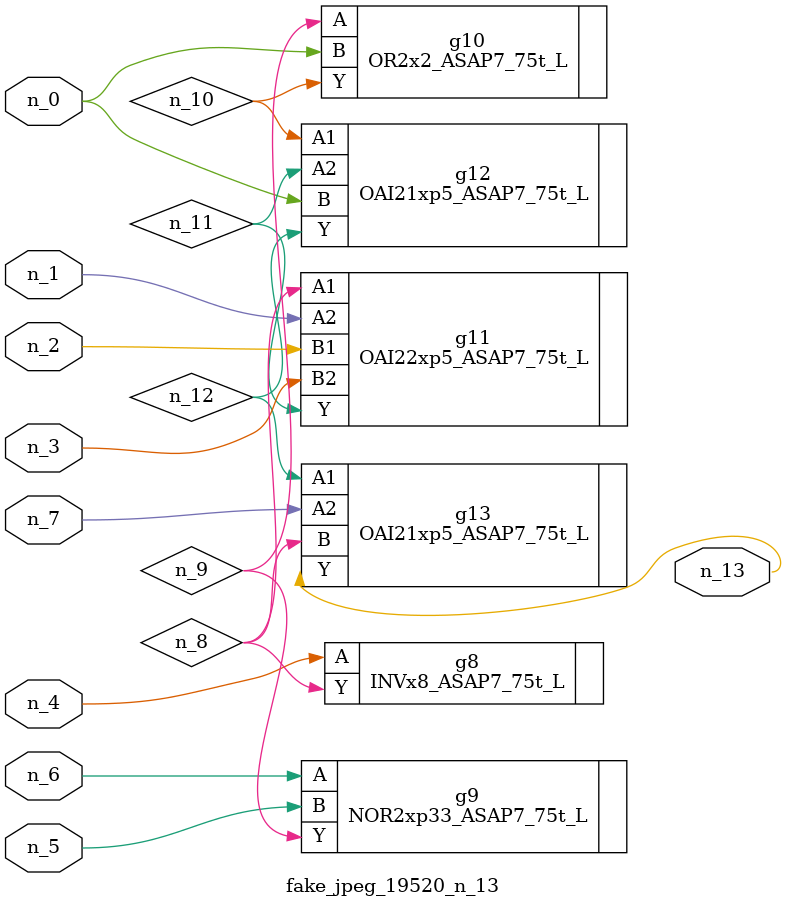
<source format=v>
module fake_jpeg_19520_n_13 (n_3, n_2, n_1, n_0, n_4, n_6, n_5, n_7, n_13);

input n_3;
input n_2;
input n_1;
input n_0;
input n_4;
input n_6;
input n_5;
input n_7;

output n_13;

wire n_11;
wire n_10;
wire n_12;
wire n_8;
wire n_9;

INVx8_ASAP7_75t_L g8 ( 
.A(n_4),
.Y(n_8)
);

NOR2xp33_ASAP7_75t_L g9 ( 
.A(n_6),
.B(n_5),
.Y(n_9)
);

OR2x2_ASAP7_75t_L g10 ( 
.A(n_9),
.B(n_0),
.Y(n_10)
);

OAI21xp5_ASAP7_75t_L g12 ( 
.A1(n_10),
.A2(n_11),
.B(n_0),
.Y(n_12)
);

OAI22xp5_ASAP7_75t_L g11 ( 
.A1(n_8),
.A2(n_1),
.B1(n_2),
.B2(n_3),
.Y(n_11)
);

OAI21xp5_ASAP7_75t_L g13 ( 
.A1(n_12),
.A2(n_7),
.B(n_8),
.Y(n_13)
);


endmodule
</source>
